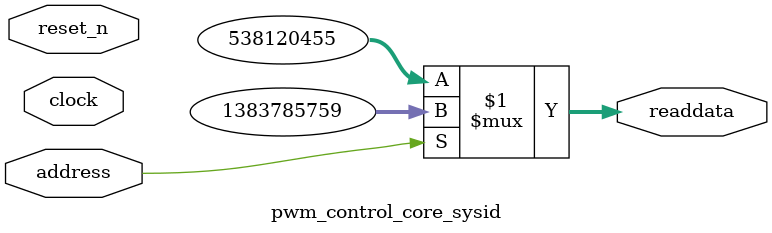
<source format=v>

`timescale 1ns / 1ps
// synthesis translate_on

// turn off superfluous verilog processor warnings 
// altera message_level Level1 
// altera message_off 10034 10035 10036 10037 10230 10240 10030 

module pwm_control_core_sysid (
               // inputs:
                address,
                clock,
                reset_n,

               // outputs:
                readdata
             )
;

  output  [ 31: 0] readdata;
  input            address;
  input            clock;
  input            reset_n;

  wire    [ 31: 0] readdata;
  //control_slave, which is an e_avalon_slave
  assign readdata = address ? 1383785759 : 538120455;

endmodule




</source>
